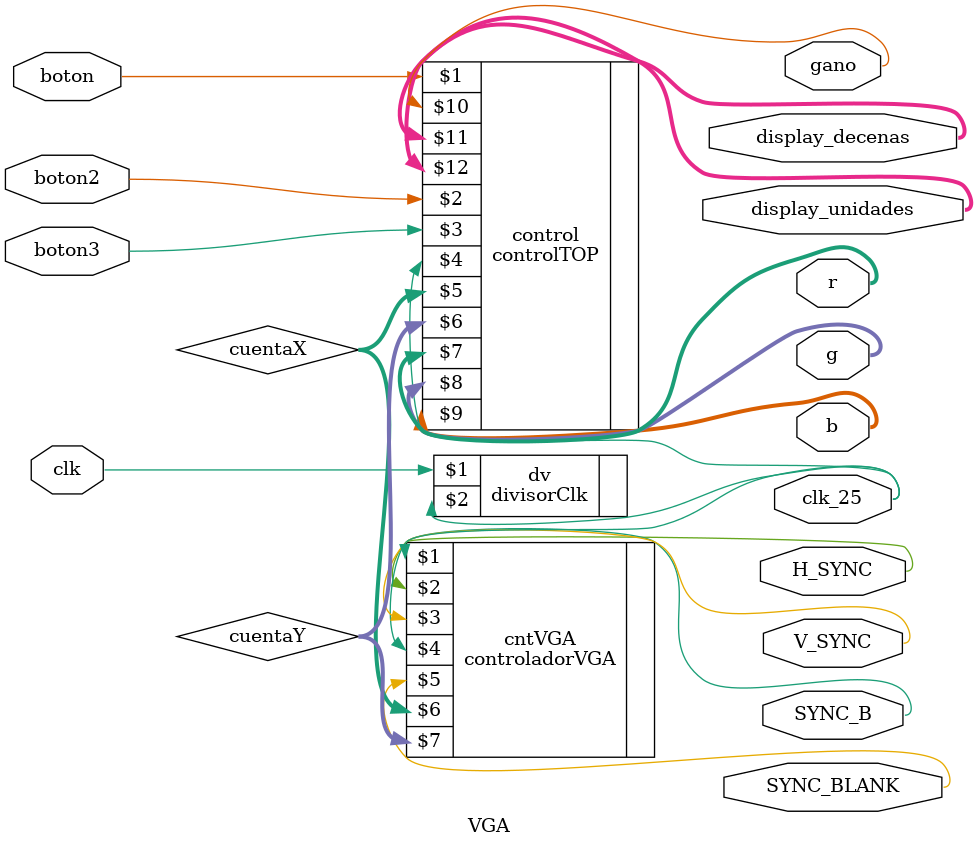
<source format=sv>
module VGA (input logic clk,
			   input logic boton,boton2,boton3,
            output logic clk_25,
				output logic H_SYNC, V_SYNC,
				output logic SYNC_B, SYNC_BLANK,
				output logic [7:0]r,g,b,
				output gano,
				output logic [6:0] display_decenas,
				output logic [6:0] display_unidades);
				
				
		logic [9:0] cuentaX,cuentaY;
			
		
//--------------Instancia del divisor de clock-------------------------//
		divisorClk dv(clk,clk_25);

//--------------Instancia del controlador VGA--------------------------//		
		controladorVGA cntVGA (clk_25,H_SYNC,V_SYNC,SYNC_B,SYNC_BLANK, cuentaX,cuentaY);
		
//--------------Instancia del generador de Video y lógica del juego----------------------//	
		controlTOP control (boton,boton2,boton3,clk_25,cuentaX,cuentaY,r,g,b, gano,display_decenas,display_unidades);
		

endmodule

</source>
